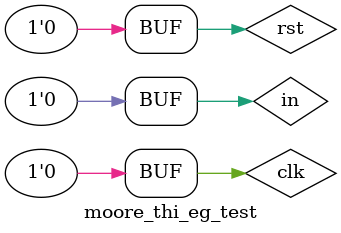
<source format=v>
module moore_thi_eg_test;

	// Inputs
	reg clk;
	reg rst;
	reg in;

	// Outputs
	wire out;

	// Instantiate the Unit Under Test (UUT)
	moore_third_eg uut (
		.clk(clk), 
		.rst(rst), 
		.in(in), 
		.out(out)
	);

	initial begin
		// Initialize Inputs
		clk = 0;
		rst = 0;
		in = 0;

		// Wait 100 ns for global reset to finish
		 #30;rst = 0;
       #40;in = 1;
       #10;rst = 1;in= 0;
       #10;in = 1; 
       #20;in = 0; 
       #20;rst=0;in = 1; 
       #20;in = 0; 
        
		// Add stimulus here

	end
      
endmodule


</source>
